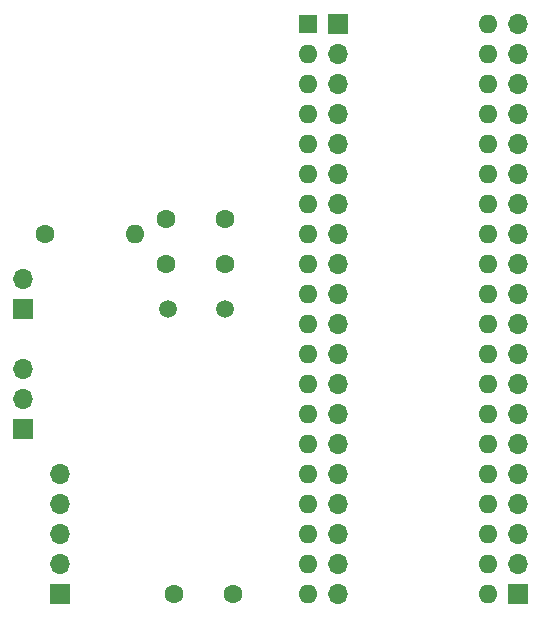
<source format=gtl>
%TF.GenerationSoftware,KiCad,Pcbnew,8.0.3+1*%
%TF.CreationDate,2024-07-30T19:41:34+02:00*%
%TF.ProjectId,QL_diren_keyboard_adapter,514c5f64-6972-4656-9e5f-6b6579626f61,rev?*%
%TF.SameCoordinates,Original*%
%TF.FileFunction,Copper,L1,Top*%
%TF.FilePolarity,Positive*%
%FSLAX46Y46*%
G04 Gerber Fmt 4.6, Leading zero omitted, Abs format (unit mm)*
G04 Created by KiCad (PCBNEW 8.0.3+1) date 2024-07-30 19:41:34*
%MOMM*%
%LPD*%
G01*
G04 APERTURE LIST*
%TA.AperFunction,ComponentPad*%
%ADD10R,1.600000X1.600000*%
%TD*%
%TA.AperFunction,ComponentPad*%
%ADD11O,1.600000X1.600000*%
%TD*%
%TA.AperFunction,ComponentPad*%
%ADD12R,1.700000X1.700000*%
%TD*%
%TA.AperFunction,ComponentPad*%
%ADD13O,1.700000X1.700000*%
%TD*%
%TA.AperFunction,ComponentPad*%
%ADD14C,1.600000*%
%TD*%
%TA.AperFunction,ComponentPad*%
%ADD15C,1.500000*%
%TD*%
%ADD16C,0.350000*%
G04 APERTURE END LIST*
D10*
%TO.P,U1,1,T0*%
%TO.N,Net-(J1-Pin_1)*%
X101600000Y-63500000D03*
D11*
%TO.P,U1,2,X1*%
%TO.N,Net-(J1-Pin_2)*%
X101600000Y-66040000D03*
%TO.P,U1,3,X2*%
%TO.N,Net-(J1-Pin_3)*%
X101600000Y-68580000D03*
%TO.P,U1,4,~{RESET}*%
%TO.N,Net-(J1-Pin_4)*%
X101600000Y-71120000D03*
%TO.P,U1,5,~{SS}*%
%TO.N,Net-(J1-Pin_5)*%
X101600000Y-73660000D03*
%TO.P,U1,6,~{INT}*%
%TO.N,Net-(J1-Pin_6)*%
X101600000Y-76200000D03*
%TO.P,U1,7,EA*%
%TO.N,Net-(J1-Pin_7)*%
X101600000Y-78740000D03*
%TO.P,U1,8,~{RD}*%
%TO.N,Net-(J1-Pin_8)*%
X101600000Y-81280000D03*
%TO.P,U1,9,~{PSEN}*%
%TO.N,Net-(J1-Pin_9)*%
X101600000Y-83820000D03*
%TO.P,U1,10,~{WR}*%
%TO.N,Net-(J1-Pin_10)*%
X101600000Y-86360000D03*
%TO.P,U1,11,ALE*%
%TO.N,Net-(J1-Pin_11)*%
X101600000Y-88900000D03*
%TO.P,U1,12,DB.0*%
%TO.N,/KBI00*%
X101600000Y-91440000D03*
%TO.P,U1,13,DB.1*%
%TO.N,/KBI01*%
X101600000Y-93980000D03*
%TO.P,U1,14,DB.2*%
%TO.N,/KBI02*%
X101600000Y-96520000D03*
%TO.P,U1,15,DB.3*%
%TO.N,/KBI03*%
X101600000Y-99060000D03*
%TO.P,U1,16,DB.4*%
%TO.N,/KBI04*%
X101600000Y-101600000D03*
%TO.P,U1,17,DB.5*%
%TO.N,/KBI05*%
X101600000Y-104140000D03*
%TO.P,U1,18,DB.6*%
%TO.N,/KBI06*%
X101600000Y-106680000D03*
%TO.P,U1,19,DB.7*%
%TO.N,/KBI07*%
X101600000Y-109220000D03*
%TO.P,U1,20,GND*%
%TO.N,GND*%
X101600000Y-111760000D03*
%TO.P,U1,21,P2.0*%
%TO.N,Net-(J2-Pin_1)*%
X116840000Y-111760000D03*
%TO.P,U1,22,P2.1*%
%TO.N,Net-(J2-Pin_2)*%
X116840000Y-109220000D03*
%TO.P,U1,23,P2.2*%
%TO.N,Net-(J2-Pin_3)*%
X116840000Y-106680000D03*
%TO.P,U1,24,P2.3*%
%TO.N,Net-(J2-Pin_4)*%
X116840000Y-104140000D03*
%TO.P,U1,25,PROG*%
%TO.N,Net-(J2-Pin_5)*%
X116840000Y-101600000D03*
%TO.P,U1,26,Vpp/VDD*%
%TO.N,Net-(J2-Pin_6)*%
X116840000Y-99060000D03*
%TO.P,U1,27,P1.0*%
%TO.N,/KBO00*%
X116840000Y-96520000D03*
%TO.P,U1,28,P1.1*%
%TO.N,/KBO01*%
X116840000Y-93980000D03*
%TO.P,U1,29,P1.2*%
%TO.N,/KBO02*%
X116840000Y-91440000D03*
%TO.P,U1,30,P1.3*%
%TO.N,/KBO03*%
X116840000Y-88900000D03*
%TO.P,U1,31,P1.4*%
%TO.N,/KBO04*%
X116840000Y-86360000D03*
%TO.P,U1,32,P1.5*%
%TO.N,/KBO05*%
X116840000Y-83820000D03*
%TO.P,U1,33,P1.6*%
%TO.N,/KBO06*%
X116840000Y-81280000D03*
%TO.P,U1,34,P1.7*%
%TO.N,/KBO07*%
X116840000Y-78740000D03*
%TO.P,U1,35,P2.4*%
%TO.N,Net-(J2-Pin_15)*%
X116840000Y-76200000D03*
%TO.P,U1,36,P2.5*%
%TO.N,Net-(J2-Pin_16)*%
X116840000Y-73660000D03*
%TO.P,U1,37,P2.6*%
%TO.N,Net-(J2-Pin_17)*%
X116840000Y-71120000D03*
%TO.P,U1,38,P2.7*%
%TO.N,Net-(J2-Pin_18)*%
X116840000Y-68580000D03*
%TO.P,U1,39,T1*%
%TO.N,Net-(J2-Pin_19)*%
X116840000Y-66040000D03*
%TO.P,U1,40,VCC*%
%TO.N,+5V*%
X116840000Y-63500000D03*
%TD*%
D12*
%TO.P,J5,1,Pin_1*%
%TO.N,GND*%
X77470000Y-97790000D03*
D13*
%TO.P,J5,2,Pin_2*%
%TO.N,Net-(J5-Pin_2)*%
X77470000Y-95250000D03*
%TO.P,J5,3,Pin_3*%
%TO.N,+5V*%
X77470000Y-92710000D03*
%TD*%
D14*
%TO.P,C2,1*%
%TO.N,Net-(U2-OSC1{slash}CLKIN)*%
X94615000Y-80010000D03*
%TO.P,C2,2*%
%TO.N,GND*%
X89615000Y-80010000D03*
%TD*%
%TO.P,C1,1*%
%TO.N,Net-(U2-OSC2{slash}CLKOUT)*%
X94615000Y-83820000D03*
%TO.P,C1,2*%
%TO.N,GND*%
X89615000Y-83820000D03*
%TD*%
%TO.P,C3,1*%
%TO.N,+5V*%
X90250000Y-111760000D03*
%TO.P,C3,2*%
%TO.N,GND*%
X95250000Y-111760000D03*
%TD*%
D15*
%TO.P,Y1,1,1*%
%TO.N,Net-(U2-OSC1{slash}CLKIN)*%
X89715000Y-87600000D03*
%TO.P,Y1,2,2*%
%TO.N,Net-(U2-OSC2{slash}CLKOUT)*%
X94615000Y-87600000D03*
%TD*%
D12*
%TO.P,J4,1,Pin_1*%
%TO.N,Net-(J4-Pin_1)*%
X77470000Y-87630000D03*
D13*
%TO.P,J4,2,Pin_2*%
%TO.N,+5V*%
X77470000Y-85090000D03*
%TD*%
D11*
%TO.P,R1,2*%
%TO.N,GND*%
X86995000Y-81280000D03*
D14*
%TO.P,R1,1*%
%TO.N,Net-(J4-Pin_1)*%
X79375000Y-81280000D03*
%TD*%
D12*
%TO.P,J3,1,Pin_1*%
%TO.N,+5V*%
X80645000Y-111760000D03*
D13*
%TO.P,J3,2,Pin_2*%
%TO.N,GND*%
X80645000Y-109220000D03*
%TO.P,J3,3,Pin_3*%
X80645000Y-106680000D03*
%TO.P,J3,4,Pin_4*%
%TO.N,Net-(J3-Pin_4)*%
X80645000Y-104140000D03*
%TO.P,J3,5,Pin_5*%
%TO.N,Net-(J3-Pin_5)*%
X80645000Y-101600000D03*
%TD*%
D12*
%TO.P,J2,1,Pin_1*%
%TO.N,Net-(J2-Pin_1)*%
X119380000Y-111760000D03*
D13*
%TO.P,J2,2,Pin_2*%
%TO.N,Net-(J2-Pin_2)*%
X119380000Y-109220000D03*
%TO.P,J2,3,Pin_3*%
%TO.N,Net-(J2-Pin_3)*%
X119380000Y-106680000D03*
%TO.P,J2,4,Pin_4*%
%TO.N,Net-(J2-Pin_4)*%
X119380000Y-104140000D03*
%TO.P,J2,5,Pin_5*%
%TO.N,Net-(J2-Pin_5)*%
X119380000Y-101600000D03*
%TO.P,J2,6,Pin_6*%
%TO.N,Net-(J2-Pin_6)*%
X119380000Y-99060000D03*
%TO.P,J2,7,Pin_7*%
%TO.N,/KBO00*%
X119380000Y-96520000D03*
%TO.P,J2,8,Pin_8*%
%TO.N,/KBO01*%
X119380000Y-93980000D03*
%TO.P,J2,9,Pin_9*%
%TO.N,/KBO02*%
X119380000Y-91440000D03*
%TO.P,J2,10,Pin_10*%
%TO.N,/KBO03*%
X119380000Y-88900000D03*
%TO.P,J2,11,Pin_11*%
%TO.N,/KBO04*%
X119380000Y-86360000D03*
%TO.P,J2,12,Pin_12*%
%TO.N,/KBO05*%
X119380000Y-83820000D03*
%TO.P,J2,13,Pin_13*%
%TO.N,/KBO06*%
X119380000Y-81280000D03*
%TO.P,J2,14,Pin_14*%
%TO.N,/KBO07*%
X119380000Y-78740000D03*
%TO.P,J2,15,Pin_15*%
%TO.N,Net-(J2-Pin_15)*%
X119380000Y-76200000D03*
%TO.P,J2,16,Pin_16*%
%TO.N,Net-(J2-Pin_16)*%
X119380000Y-73660000D03*
%TO.P,J2,17,Pin_17*%
%TO.N,Net-(J2-Pin_17)*%
X119380000Y-71120000D03*
%TO.P,J2,18,Pin_18*%
%TO.N,Net-(J2-Pin_18)*%
X119380000Y-68580000D03*
%TO.P,J2,19,Pin_19*%
%TO.N,Net-(J2-Pin_19)*%
X119380000Y-66040000D03*
%TO.P,J2,20,Pin_20*%
%TO.N,+5V*%
X119380000Y-63500000D03*
%TD*%
D12*
%TO.P,J1,1,Pin_1*%
%TO.N,Net-(J1-Pin_1)*%
X104140000Y-63500000D03*
D13*
%TO.P,J1,2,Pin_2*%
%TO.N,Net-(J1-Pin_2)*%
X104140000Y-66040000D03*
%TO.P,J1,3,Pin_3*%
%TO.N,Net-(J1-Pin_3)*%
X104140000Y-68580000D03*
%TO.P,J1,4,Pin_4*%
%TO.N,Net-(J1-Pin_4)*%
X104140000Y-71120000D03*
%TO.P,J1,5,Pin_5*%
%TO.N,Net-(J1-Pin_5)*%
X104140000Y-73660000D03*
%TO.P,J1,6,Pin_6*%
%TO.N,Net-(J1-Pin_6)*%
X104140000Y-76200000D03*
%TO.P,J1,7,Pin_7*%
%TO.N,Net-(J1-Pin_7)*%
X104140000Y-78740000D03*
%TO.P,J1,8,Pin_8*%
%TO.N,Net-(J1-Pin_8)*%
X104140000Y-81280000D03*
%TO.P,J1,9,Pin_9*%
%TO.N,Net-(J1-Pin_9)*%
X104140000Y-83820000D03*
%TO.P,J1,10,Pin_10*%
%TO.N,Net-(J1-Pin_10)*%
X104140000Y-86360000D03*
%TO.P,J1,11,Pin_11*%
%TO.N,Net-(J1-Pin_11)*%
X104140000Y-88900000D03*
%TO.P,J1,12,Pin_12*%
%TO.N,/KBI00*%
X104140000Y-91440000D03*
%TO.P,J1,13,Pin_13*%
%TO.N,/KBI01*%
X104140000Y-93980000D03*
%TO.P,J1,14,Pin_14*%
%TO.N,/KBI02*%
X104140000Y-96520000D03*
%TO.P,J1,15,Pin_15*%
%TO.N,/KBI03*%
X104140000Y-99060000D03*
%TO.P,J1,16,Pin_16*%
%TO.N,/KBI04*%
X104140000Y-101600000D03*
%TO.P,J1,17,Pin_17*%
%TO.N,/KBI05*%
X104140000Y-104140000D03*
%TO.P,J1,18,Pin_18*%
%TO.N,/KBI06*%
X104140000Y-106680000D03*
%TO.P,J1,19,Pin_19*%
%TO.N,/KBI07*%
X104140000Y-109220000D03*
%TO.P,J1,20,Pin_20*%
%TO.N,GND*%
X104140000Y-111760000D03*
%TD*%
D16*
X101600000Y-63500000D03*
X101600000Y-66040000D03*
X101600000Y-68580000D03*
X101600000Y-71120000D03*
X101600000Y-73660000D03*
X101600000Y-76200000D03*
X101600000Y-78740000D03*
X101600000Y-81280000D03*
X101600000Y-83820000D03*
X101600000Y-86360000D03*
X101600000Y-88900000D03*
X101600000Y-91440000D03*
X101600000Y-93980000D03*
X101600000Y-96520000D03*
X101600000Y-99060000D03*
X101600000Y-101600000D03*
X101600000Y-104140000D03*
X101600000Y-106680000D03*
X101600000Y-109220000D03*
X101600000Y-111760000D03*
X116840000Y-111760000D03*
X116840000Y-109220000D03*
X116840000Y-106680000D03*
X116840000Y-104140000D03*
X116840000Y-101600000D03*
X116840000Y-99060000D03*
X116840000Y-96520000D03*
X116840000Y-93980000D03*
X116840000Y-91440000D03*
X116840000Y-88900000D03*
X116840000Y-86360000D03*
X116840000Y-83820000D03*
X116840000Y-81280000D03*
X116840000Y-78740000D03*
X116840000Y-76200000D03*
X116840000Y-73660000D03*
X116840000Y-71120000D03*
X116840000Y-68580000D03*
X116840000Y-66040000D03*
X116840000Y-63500000D03*
X77470000Y-97790000D03*
X77470000Y-95250000D03*
X77470000Y-92710000D03*
X94615000Y-80010000D03*
X89615000Y-80010000D03*
X94615000Y-83820000D03*
X89615000Y-83820000D03*
X90250000Y-111760000D03*
X95250000Y-111760000D03*
X89715000Y-87600000D03*
X94615000Y-87600000D03*
X77470000Y-87630000D03*
X77470000Y-85090000D03*
X86995000Y-81280000D03*
X79375000Y-81280000D03*
X80645000Y-111760000D03*
X80645000Y-109220000D03*
X80645000Y-106680000D03*
X80645000Y-104140000D03*
X80645000Y-101600000D03*
X119380000Y-111760000D03*
X119380000Y-109220000D03*
X119380000Y-106680000D03*
X119380000Y-104140000D03*
X119380000Y-101600000D03*
X119380000Y-99060000D03*
X119380000Y-96520000D03*
X119380000Y-93980000D03*
X119380000Y-91440000D03*
X119380000Y-88900000D03*
X119380000Y-86360000D03*
X119380000Y-83820000D03*
X119380000Y-81280000D03*
X119380000Y-78740000D03*
X119380000Y-76200000D03*
X119380000Y-73660000D03*
X119380000Y-71120000D03*
X119380000Y-68580000D03*
X119380000Y-66040000D03*
X119380000Y-63500000D03*
X104140000Y-63500000D03*
X104140000Y-66040000D03*
X104140000Y-68580000D03*
X104140000Y-71120000D03*
X104140000Y-73660000D03*
X104140000Y-76200000D03*
X104140000Y-78740000D03*
X104140000Y-81280000D03*
X104140000Y-83820000D03*
X104140000Y-86360000D03*
X104140000Y-88900000D03*
X104140000Y-91440000D03*
X104140000Y-93980000D03*
X104140000Y-96520000D03*
X104140000Y-99060000D03*
X104140000Y-101600000D03*
X104140000Y-104140000D03*
X104140000Y-106680000D03*
X104140000Y-109220000D03*
X104140000Y-111760000D03*
M02*

</source>
